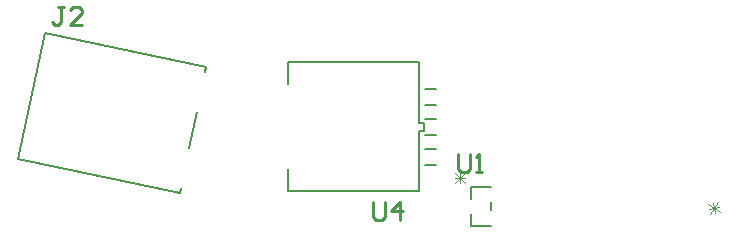
<source format=gto>
G04*
G04 #@! TF.GenerationSoftware,Altium Limited,Altium Designer,21.9.1 (22)*
G04*
G04 Layer_Color=65535*
%FSLAX44Y44*%
%MOMM*%
G71*
G04*
G04 #@! TF.SameCoordinates,81DEB5EB-2B88-4DC7-9A2F-18DAF3EAFDE3*
G04*
G04*
G04 #@! TF.FilePolarity,Positive*
G04*
G01*
G75*
%ADD10C,0.1270*%
%ADD11C,0.1524*%
%ADD12C,0.0762*%
%ADD13C,0.2540*%
D10*
X558231Y581068D02*
X580752Y687940D01*
X558231Y581068D02*
X694928Y552261D01*
X695879Y556772D01*
X702993Y590530D02*
X709385Y620864D01*
X716499Y654623D02*
X717450Y659134D01*
X580752Y687940D02*
X717450Y659134D01*
D11*
X786511Y553720D02*
X897509D01*
X786511Y644423D02*
Y662940D01*
X897509D01*
Y611505D02*
Y662940D01*
Y611505D02*
X901319D01*
Y605155D02*
Y611505D01*
X897509Y605155D02*
X901319D01*
X897509Y553720D02*
Y605155D01*
X786511Y553720D02*
Y572237D01*
X902335Y640461D02*
X911535D01*
X902335Y615061D02*
X911535D01*
X902335Y589661D02*
X911535D01*
X902335Y626999D02*
X911535D01*
X902335Y601599D02*
X911535D01*
X902335Y576199D02*
X911535D01*
X941705Y524764D02*
X958215D01*
X941705Y547187D02*
Y557276D01*
X958215D01*
Y537662D02*
Y544378D01*
X941705Y524764D02*
Y534853D01*
D12*
X1144055Y534641D02*
X1150592Y544668D01*
X1152337Y536386D02*
X1142310Y542923D01*
X1148196Y535513D02*
X1146451Y543796D01*
X1151464Y540527D02*
X1143182Y538782D01*
X928331Y560705D02*
X936795Y569169D01*
Y560705D02*
X928331Y569169D01*
X932563Y560705D02*
Y569169D01*
X936795Y564937D02*
X928331D01*
D13*
X858524Y544827D02*
Y532132D01*
X861063Y529593D01*
X866142D01*
X868681Y532132D01*
Y544827D01*
X881377Y529593D02*
Y544827D01*
X873759Y537210D01*
X883916D01*
X596901Y709928D02*
X591823D01*
X594362D01*
Y697232D01*
X591823Y694693D01*
X589283D01*
X586744Y697232D01*
X612136Y694693D02*
X601979D01*
X612136Y704849D01*
Y707388D01*
X609597Y709928D01*
X604518D01*
X601979Y707388D01*
X930148Y585211D02*
Y572515D01*
X932687Y569976D01*
X937766D01*
X940305Y572515D01*
Y585211D01*
X945383Y569976D02*
X950461D01*
X947922D01*
Y585211D01*
X945383Y582672D01*
M02*

</source>
